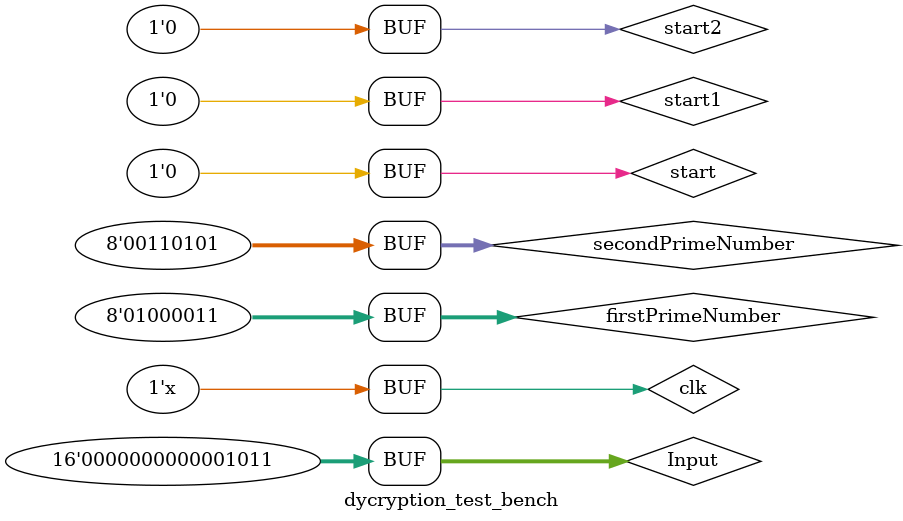
<source format=v>
`timescale 1ns / 1ps
module dycryption_test_bench;

	// Inputs
	reg [15:0] Input;
	//reg InstructionSelector;
	reg [7:0] firstPrimeNumber;
	reg [7:0] secondPrimeNumber;
	reg clk;
	reg start;
	reg start1;
	reg start2;

	// Outputs
	wire [7:0] encryptionKey;
	wire [15:0] n;
	wire [15:0] Output;
	wire [15:0] decryptionKey;
	wire finish;
	wire fin1;

	// Instantiate the Unit Under Test (UUT)
	Main #(.InstructionSelector(1)) uut (
		
		.Input(Input), 
		.firstPrimeNumber(firstPrimeNumber), 
		.secondPrimeNumber(secondPrimeNumber), 
		.clk(clk), 
		.start(start), 
		.start1(start1), 
		.start2(start2), 
		.encryptionKey(encryptionKey), 
		.n(n), 
		.Output(Output), 
		.decryptionKey(decryptionKey), 
		.finish(finish), 
		.fin1(fin1)
		);

	initial begin
		// Initialize Inputs
		Input = 0;
		//InstructionSelector = 0;
		firstPrimeNumber = 0;
		secondPrimeNumber = 0;
		clk = 0;
		start = 0;
		start1 = 0;
		start2 = 0;

		// Wait 100 ns for global reset to finish
		#10;
      //Input = 1256;
		Input = 11;
		firstPrimeNumber = 67;
		secondPrimeNumber = 53;
		#10;
		start = 1;
		#5;
		start=0;
		#40;
		start1=1;
		#10;
		start1=0;
		#30;
		start2=1;
		#10;start2=0;
		// Add stimulus here

	end
      always #0.1 clk=!clk;
      
endmodule




</source>
